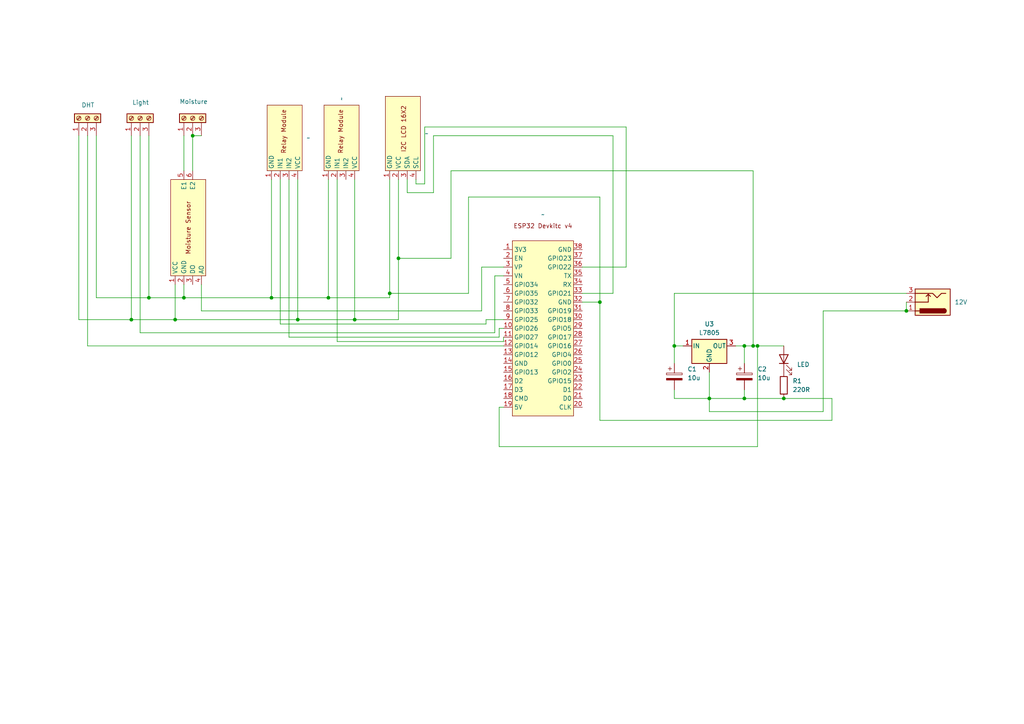
<source format=kicad_sch>
(kicad_sch (version 20231120) (generator "eeschema") (generator_version "8.0")
  (paper "A4")
  (lib_symbols
    (symbol "2 Channel Relay Module:ESP32_Devkit_v4"
      (property "Reference" "U" (at 71.882 71.882 0))
      (symbol "ESP32_Devkit_v4_1_1"
        (rectangle (start 52.07 67.31) (end 69.85 16.51) (fill (type background)))
        (text "ESP32 Devkitc v4" (at 60.96 71.628 0) (effects (font (size 1.27 1.27))))
        (pin power_in line (at 49.53 64.77 0) (length 2.54) (name "3V3") (number "1"))
        (pin bidirectional line (at 49.53 41.91 0) (length 2.54) (name "GPIO26") (number "10"))
        (pin bidirectional line (at 49.53 39.37 0) (length 2.54) (name "GPIO27") (number "11"))
        (pin bidirectional line (at 49.53 36.83 0) (length 2.54) (name "GPIO14") (number "12"))
        (pin bidirectional line (at 49.53 34.29 0) (length 2.54) (name "GPIO12") (number "13"))
        (pin power_in line (at 49.53 31.75 0) (length 2.54) (name "GND") (number "14"))
        (pin bidirectional line (at 49.53 29.21 0) (length 2.54) (name "GPIO13") (number "15"))
        (pin bidirectional line (at 49.53 26.67 0) (length 2.54) (name "D2") (number "16"))
        (pin bidirectional line (at 49.53 24.13 0) (length 2.54) (name "D3") (number "17"))
        (pin bidirectional line (at 49.53 21.59 0) (length 2.54) (name "CMD") (number "18"))
        (pin power_in line (at 49.53 19.05 0) (length 2.54) (name "5V") (number "19"))
        (pin bidirectional line (at 49.53 62.23 0) (length 2.54) (name "EN") (number "2"))
        (pin bidirectional line (at 72.39 19.05 180) (length 2.54) (name "CLK") (number "20"))
        (pin bidirectional line (at 72.39 21.59 180) (length 2.54) (name "D0") (number "21"))
        (pin bidirectional line (at 72.39 24.13 180) (length 2.54) (name "D1") (number "22"))
        (pin bidirectional line (at 72.39 26.67 180) (length 2.54) (name "GPIO15") (number "23"))
        (pin bidirectional line (at 72.39 29.21 180) (length 2.54) (name "GPIO2") (number "24"))
        (pin bidirectional line (at 72.39 31.75 180) (length 2.54) (name "GPIO0") (number "25"))
        (pin bidirectional line (at 72.39 34.29 180) (length 2.54) (name "GPIO4") (number "26"))
        (pin bidirectional line (at 72.39 36.83 180) (length 2.54) (name "GPIO16") (number "27"))
        (pin bidirectional line (at 72.39 39.37 180) (length 2.54) (name "GPIO17") (number "28"))
        (pin bidirectional line (at 72.39 41.91 180) (length 2.54) (name "GPIO5") (number "29"))
        (pin bidirectional line (at 49.53 59.69 0) (length 2.54) (name "VP") (number "3"))
        (pin bidirectional line (at 72.39 44.45 180) (length 2.54) (name "GPIO18") (number "30"))
        (pin bidirectional line (at 72.39 46.99 180) (length 2.54) (name "GPIO19") (number "31"))
        (pin bidirectional line (at 72.39 49.53 180) (length 2.54) (name "GND") (number "32"))
        (pin bidirectional line (at 72.39 52.07 180) (length 2.54) (name "GPIO21") (number "33"))
        (pin bidirectional line (at 72.39 54.61 180) (length 2.54) (name "RX") (number "34"))
        (pin bidirectional line (at 72.39 57.15 180) (length 2.54) (name "TX") (number "35"))
        (pin bidirectional line (at 72.39 59.69 180) (length 2.54) (name "GPIO22") (number "36"))
        (pin bidirectional line (at 72.39 62.23 180) (length 2.54) (name "GPIO23") (number "37"))
        (pin bidirectional line (at 72.39 64.77 180) (length 2.54) (name "GND") (number "38"))
        (pin bidirectional line (at 49.53 57.15 0) (length 2.54) (name "VN") (number "4"))
        (pin bidirectional line (at 49.53 54.61 0) (length 2.54) (name "GPIO34") (number "5"))
        (pin bidirectional line (at 49.53 52.07 0) (length 2.54) (name "GPIO35") (number "6"))
        (pin bidirectional line (at 49.53 49.53 0) (length 2.54) (name "GPIO32") (number "7"))
        (pin bidirectional line (at 49.53 46.99 0) (length 2.54) (name "GPIO33") (number "8"))
        (pin bidirectional line (at 49.53 44.45 0) (length 2.54) (name "GPIO25") (number "9"))
      )
    )
    (symbol "2 Channel Relay Module:I2C_LCD_Display"
      (property "Reference" "LCD" (at 0 0 0))
      (symbol "I2C_LCD_Display_1_1"
        (rectangle (start 2.54 6.35) (end 24.13 -3.81) (fill (type background)))
        (text "I2C LCD 16X2" (at 14.732 1.016 0) (effects (font (size 1.27 1.27))))
        (pin power_in line (at 0 5.08 0) (length 2.54) (name "GND") (number "1"))
        (pin power_in line (at 0 2.54 0) (length 2.54) (name "VCC") (number "2"))
        (pin bidirectional line (at 0 0 0) (length 2.54) (name "SDA") (number "3"))
        (pin bidirectional line (at 0 -2.54 0) (length 2.54) (name "SCL") (number "4"))
      )
    )
    (symbol "2 Channel Relay Module:Moisture_Sensor"
      (property "Reference" "M" (at 0 0 0))
      (symbol "Moisture_Sensor_1_1"
        (rectangle (start 2.54 3.81) (end 30.48 -6.35) (fill (type background)))
        (text "Moisture Sensor" (at 16.51 -1.27 0) (effects (font (size 1.27 1.27))))
        (pin power_in line (at 0 2.54 0) (length 2.54) (name "VCC") (number "1"))
        (pin power_in line (at 0 0 0) (length 2.54) (name "GND") (number "2"))
        (pin output line (at 0 -2.54 0) (length 2.54) (name "DO") (number "3"))
        (pin output line (at 0 -5.08 0) (length 2.54) (name "AO") (number "4"))
        (pin output line (at 33.02 0 180) (length 2.54) (name "E1") (number "5"))
        (pin output line (at 33.02 -2.54 180) (length 2.54) (name "E2") (number "6"))
      )
    )
    (symbol "2 Channel Relay Module:Relay_Module"
      (property "Reference" "R" (at 0 0 0))
      (symbol "Relay_Module_1_1"
        (rectangle (start 2.54 5.08) (end 21.59 -5.08) (fill (type background)))
        (text "Relay Module" (at 13.97 0.254 0) (effects (font (size 1.27 1.27))))
        (pin power_in line (at 0 3.81 0) (length 2.54) (name "GND") (number "1"))
        (pin output line (at 0 1.27 0) (length 2.54) (name "IN1") (number "2"))
        (pin output line (at 0 -1.27 0) (length 2.54) (name "IN2") (number "3"))
        (pin power_in line (at 0 -3.81 0) (length 2.54) (name "VCC") (number "4"))
      )
    )
    (symbol "Connector:Barrel_Jack_Switch_Pin3Ring" (pin_names hide)
      (property "Reference" "J" (at 0 5.334 0))
      (property "Value" "Barrel_Jack_Switch_Pin3Ring" (at 0 -5.08 0))
      (symbol "Barrel_Jack_Switch_Pin3Ring_0_1"
        (rectangle (start -5.08 3.81) (end 5.08 -3.81) (stroke (width 0.254)) (fill (type background)))
        (arc (start -3.302 3.175) (mid -3.9343 2.54) (end -3.302 1.905) (stroke (width 0.254)))
        (arc (start -3.302 3.175) (mid -3.9343 2.54) (end -3.302 1.905) (stroke (width 0.254)) (fill (type outline)))
        (polyline (pts (xy 1.27 -2.286) (xy 1.905 -1.651)) (stroke (width 0.254)))
        (polyline (pts (xy 5.08 2.54) (xy 3.81 2.54)) (stroke (width 0.254)))
        (polyline (pts (xy 5.08 0) (xy 1.27 0) (xy 1.27 -2.286) (xy 0.635 -1.651)) (stroke (width 0.254)))
        (polyline (pts (xy -3.81 -2.54) (xy -2.54 -2.54) (xy -1.27 -1.27) (xy 0 -2.54) (xy 2.54 -2.54) (xy 5.08 -2.54)) (stroke (width 0.254)))
        (rectangle (start 3.683 3.175) (end -3.302 1.905) (stroke (width 0.254)) (fill (type outline)))
      )
      (symbol "Barrel_Jack_Switch_Pin3Ring_1_1"
        (pin passive line (at 7.62 2.54 180) (length 2.54) (name "~") (number "1"))
        (pin passive line (at 7.62 0 180) (length 2.54) (name "~") (number "2"))
        (pin passive line (at 7.62 -2.54 180) (length 2.54) (name "~") (number "3"))
      )
    )
    (symbol "Connector:Screw_Terminal_01x03" (pin_names (offset 1.016) hide)
      (property "Reference" "J" (at 0 5.08 0))
      (property "Value" "Screw_Terminal_01x03" (at 0 -5.08 0))
      (symbol "Screw_Terminal_01x03_1_1"
        (rectangle (start -1.27 3.81) (end 1.27 -3.81) (stroke (width 0.254)) (fill (type background)))
        (circle (center 0 -2.54) (radius 0.635) (stroke (width 0.1524)))
        (polyline (pts (xy -0.5334 -2.2098) (xy 0.3302 -3.048)) (stroke (width 0.1524)))
        (polyline (pts (xy -0.5334 0.3302) (xy 0.3302 -0.508)) (stroke (width 0.1524)))
        (polyline (pts (xy -0.5334 2.8702) (xy 0.3302 2.032)) (stroke (width 0.1524)))
        (polyline (pts (xy -0.3556 -2.032) (xy 0.508 -2.8702)) (stroke (width 0.1524)))
        (polyline (pts (xy -0.3556 0.508) (xy 0.508 -0.3302)) (stroke (width 0.1524)))
        (polyline (pts (xy -0.3556 3.048) (xy 0.508 2.2098)) (stroke (width 0.1524)))
        (circle (center 0 0) (radius 0.635) (stroke (width 0.1524)))
        (circle (center 0 2.54) (radius 0.635) (stroke (width 0.1524)))
        (pin passive line (at -5.08 2.54 0) (length 3.81) (name "Pin_1") (number "1"))
        (pin passive line (at -5.08 0 0) (length 3.81) (name "Pin_2") (number "2"))
        (pin passive line (at -5.08 -2.54 0) (length 3.81) (name "Pin_3") (number "3"))
      )
    )
    (symbol "Device:C_Polarized" (pin_numbers hide) (pin_names (offset 0.254))
      (property "Reference" "C" (at 0.635 2.54 0))
      (property "Value" "C_Polarized" (at 0.635 -2.54 0))
      (symbol "C_Polarized_0_1"
        (rectangle (start -2.286 0.508) (end 2.286 1.016))
        (polyline (pts (xy -1.778 2.286) (xy -0.762 2.286)))
        (polyline (pts (xy -1.27 2.794) (xy -1.27 1.778)))
        (rectangle (start 2.286 -0.508) (end -2.286 -1.016) (fill (type outline)))
      )
      (symbol "C_Polarized_1_1"
        (pin passive line (at 0 3.81 270) (length 2.794) (name "~") (number "1"))
        (pin passive line (at 0 -3.81 90) (length 2.794) (name "~") (number "2"))
      )
    )
    (symbol "Device:LED" (pin_numbers hide) (pin_names (offset 1.016) hide)
      (property "Reference" "D" (at 0 2.54 0))
      (property "Value" "LED" (at 0 -2.54 0))
      (symbol "LED_0_1"
        (polyline (pts (xy -1.27 -1.27) (xy -1.27 1.27)) (stroke (width 0.254)))
        (polyline (pts (xy -1.27 0) (xy 1.27 0)))
        (polyline (pts (xy 1.27 -1.27) (xy 1.27 1.27) (xy -1.27 0) (xy 1.27 -1.27)) (stroke (width 0.254)))
        (polyline (pts (xy -3.048 -0.762) (xy -4.572 -2.286) (xy -3.81 -2.286) (xy -4.572 -2.286) (xy -4.572 -1.524)))
        (polyline (pts (xy -1.778 -0.762) (xy -3.302 -2.286) (xy -2.54 -2.286) (xy -3.302 -2.286) (xy -3.302 -1.524)))
      )
      (symbol "LED_1_1"
        (pin passive line (at -3.81 0 0) (length 2.54) (name "K") (number "1"))
        (pin passive line (at 3.81 0 180) (length 2.54) (name "A") (number "2"))
      )
    )
    (symbol "Device:R" (pin_numbers hide) (pin_names (offset 0))
      (property "Reference" "R" (at 2.032 0 90))
      (property "Value" "R" (at 0 0 90))
      (symbol "R_0_1"
        (rectangle (start -1.016 -2.54) (end 1.016 2.54) (stroke (width 0.254)))
      )
      (symbol "R_1_1"
        (pin passive line (at 0 3.81 270) (length 1.27) (name "~") (number "1"))
        (pin passive line (at 0 -3.81 90) (length 1.27) (name "~") (number "2"))
      )
    )
    (symbol "Regulator_Linear:L7805" (pin_names (offset 0.254))
      (property "Reference" "U" (at -3.81 3.175 0))
      (property "Value" "L7805" (at 0 3.175 0))
      (symbol "L7805_0_1"
        (rectangle (start -5.08 1.905) (end 5.08 -5.08) (stroke (width 0.254)) (fill (type background)))
      )
      (symbol "L7805_1_1"
        (pin power_in line (at -7.62 0 0) (length 2.54) (name "IN") (number "1"))
        (pin power_in line (at 0 -7.62 90) (length 2.54) (name "GND") (number "2"))
        (pin power_out line (at 7.62 0 180) (length 2.54) (name "OUT") (number "3"))
      )
    )
  )
  (junction (at 55.88 39.37))
  (junction (at 113.03 85.09))
  (junction (at 215.9 115.57))
  (junction (at 43.18 86.36))
  (junction (at 95.25 86.36))
  (junction (at 173.99 87.63))
  (junction (at 115.57 74.93))
  (junction (at 53.34 86.36))
  (junction (at 218.44 100.33))
  (junction (at 215.9 100.33))
  (junction (at 262.89 90.17))
  (junction (at 102.87 92.71))
  (junction (at 227.33 115.57))
  (junction (at 50.8 92.71))
  (junction (at 78.74 86.36))
  (junction (at 219.71 100.33))
  (junction (at 86.36 92.71))
  (junction (at 38.1 92.71))
  (junction (at 195.58 100.33))
  (junction (at 205.74 115.57))
  (wire (pts (xy 181.61 77.47) (xy 168.91 77.47)))
  (wire (pts (xy 27.94 39.37) (xy 27.94 86.36)))
  (wire (pts (xy 81.28 52.07) (xy 81.28 93.98)))
  (wire (pts (xy 238.76 90.17) (xy 238.76 119.38)))
  (wire (pts (xy 181.61 36.83) (xy 181.61 77.47)))
  (wire (pts (xy 205.74 115.57) (xy 215.9 115.57)))
  (wire (pts (xy 241.3 115.57) (xy 227.33 115.57)))
  (wire (pts (xy 130.81 49.53) (xy 218.44 49.53)))
  (wire (pts (xy 238.76 119.38) (xy 205.74 119.38)))
  (wire (pts (xy 115.57 74.93) (xy 115.57 92.71)))
  (wire (pts (xy 123.19 36.83) (xy 181.61 36.83)))
  (wire (pts (xy 215.9 100.33) (xy 215.9 105.41)))
  (wire (pts (xy 102.87 52.07) (xy 102.87 92.71)))
  (wire (pts (xy 219.71 100.33) (xy 227.33 100.33)))
  (wire (pts (xy 195.58 85.09) (xy 195.58 100.33)))
  (wire (pts (xy 22.86 92.71) (xy 38.1 92.71)))
  (wire (pts (xy 262.89 90.17) (xy 238.76 90.17)))
  (wire (pts (xy 43.18 39.37) (xy 43.18 86.36)))
  (wire (pts (xy 144.78 118.11) (xy 146.05 118.11)))
  (wire (pts (xy 43.18 86.36) (xy 53.34 86.36)))
  (wire (pts (xy 195.58 115.57) (xy 205.74 115.57)))
  (wire (pts (xy 25.4 100.33) (xy 146.05 100.33)))
  (wire (pts (xy 227.33 115.57) (xy 215.9 115.57)))
  (wire (pts (xy 78.74 86.36) (xy 78.74 52.07)))
  (wire (pts (xy 22.86 39.37) (xy 22.86 92.71)))
  (wire (pts (xy 205.74 119.38) (xy 205.74 115.57)))
  (wire (pts (xy 81.28 93.98) (xy 140.97 93.98)))
  (wire (pts (xy 146.05 99.06) (xy 97.79 99.06)))
  (wire (pts (xy 58.42 82.55) (xy 58.42 90.17)))
  (wire (pts (xy 218.44 49.53) (xy 218.44 100.33)))
  (wire (pts (xy 50.8 82.55) (xy 50.8 92.71)))
  (wire (pts (xy 241.3 115.57) (xy 241.3 121.92)))
  (wire (pts (xy 125.73 55.88) (xy 125.73 39.37)))
  (wire (pts (xy 50.8 92.71) (xy 38.1 92.71)))
  (wire (pts (xy 218.44 100.33) (xy 219.71 100.33)))
  (wire (pts (xy 177.8 39.37) (xy 177.8 85.09)))
  (wire (pts (xy 113.03 86.36) (xy 95.25 86.36)))
  (wire (pts (xy 40.64 96.52) (xy 143.51 96.52)))
  (wire (pts (xy 115.57 92.71) (xy 102.87 92.71)))
  (wire (pts (xy 130.81 74.93) (xy 130.81 49.53)))
  (wire (pts (xy 140.97 92.71) (xy 146.05 92.71)))
  (wire (pts (xy 205.74 107.95) (xy 205.74 115.57)))
  (wire (pts (xy 198.12 100.33) (xy 195.58 100.33)))
  (wire (pts (xy 144.78 95.25) (xy 146.05 95.25)))
  (wire (pts (xy 27.94 86.36) (xy 43.18 86.36)))
  (wire (pts (xy 146.05 97.79) (xy 146.05 99.06)))
  (wire (pts (xy 53.34 82.55) (xy 53.34 86.36)))
  (wire (pts (xy 95.25 86.36) (xy 95.25 52.07)))
  (wire (pts (xy 139.7 90.17) (xy 139.7 77.47)))
  (wire (pts (xy 241.3 121.92) (xy 173.99 121.92)))
  (wire (pts (xy 58.42 90.17) (xy 139.7 90.17)))
  (wire (pts (xy 102.87 92.71) (xy 86.36 92.71)))
  (wire (pts (xy 143.51 96.52) (xy 143.51 80.01)))
  (wire (pts (xy 143.51 80.01) (xy 146.05 80.01)))
  (wire (pts (xy 177.8 85.09) (xy 168.91 85.09)))
  (wire (pts (xy 195.58 100.33) (xy 195.58 105.41)))
  (wire (pts (xy 120.65 53.34) (xy 123.19 53.34)))
  (wire (pts (xy 173.99 57.15) (xy 173.99 87.63)))
  (wire (pts (xy 118.11 55.88) (xy 125.73 55.88)))
  (wire (pts (xy 144.78 97.79) (xy 144.78 95.25)))
  (wire (pts (xy 219.71 129.54) (xy 144.78 129.54)))
  (wire (pts (xy 262.89 87.63) (xy 262.89 90.17)))
  (wire (pts (xy 219.71 100.33) (xy 219.71 129.54)))
  (wire (pts (xy 215.9 113.03) (xy 215.9 115.57)))
  (wire (pts (xy 215.9 100.33) (xy 218.44 100.33)))
  (wire (pts (xy 118.11 52.07) (xy 118.11 55.88)))
  (wire (pts (xy 113.03 85.09) (xy 135.89 85.09)))
  (wire (pts (xy 135.89 57.15) (xy 173.99 57.15)))
  (wire (pts (xy 78.74 86.36) (xy 95.25 86.36)))
  (wire (pts (xy 139.7 77.47) (xy 146.05 77.47)))
  (wire (pts (xy 25.4 39.37) (xy 25.4 100.33)))
  (wire (pts (xy 97.79 99.06) (xy 97.79 52.07)))
  (wire (pts (xy 53.34 86.36) (xy 78.74 86.36)))
  (wire (pts (xy 115.57 52.07) (xy 115.57 74.93)))
  (wire (pts (xy 140.97 93.98) (xy 140.97 92.71)))
  (wire (pts (xy 86.36 92.71) (xy 50.8 92.71)))
  (wire (pts (xy 173.99 121.92) (xy 173.99 87.63)))
  (wire (pts (xy 113.03 52.07) (xy 113.03 85.09)))
  (wire (pts (xy 173.99 87.63) (xy 168.91 87.63)))
  (wire (pts (xy 144.78 129.54) (xy 144.78 118.11)))
  (wire (pts (xy 86.36 52.07) (xy 86.36 92.71)))
  (wire (pts (xy 262.89 85.09) (xy 195.58 85.09)))
  (wire (pts (xy 135.89 85.09) (xy 135.89 57.15)))
  (wire (pts (xy 55.88 49.53) (xy 55.88 39.37)))
  (wire (pts (xy 53.34 49.53) (xy 53.34 39.37)))
  (wire (pts (xy 83.82 52.07) (xy 83.82 97.79)))
  (wire (pts (xy 213.36 100.33) (xy 215.9 100.33)))
  (wire (pts (xy 113.03 85.09) (xy 113.03 86.36)))
  (wire (pts (xy 120.65 52.07) (xy 120.65 53.34)))
  (wire (pts (xy 38.1 92.71) (xy 38.1 39.37)))
  (wire (pts (xy 125.73 39.37) (xy 177.8 39.37)))
  (wire (pts (xy 123.19 53.34) (xy 123.19 36.83)))
  (wire (pts (xy 115.57 74.93) (xy 130.81 74.93)))
  (wire (pts (xy 40.64 39.37) (xy 40.64 96.52)))
  (wire (pts (xy 55.88 39.37) (xy 58.42 39.37)))
  (wire (pts (xy 83.82 97.79) (xy 144.78 97.79)))
  (wire (pts (xy 195.58 113.03) (xy 195.58 115.57)))
  (symbol (lib_id "Connector:Screw_Terminal_01x03") (at 40.64 34.29 90) (unit 1)
    (property "Reference" "S2" (effects (hide yes)))
    (property "Value" "Light" (at 38.354 29.718 90) (effects (justify right)))
    (property "Footprint" "TerminalBlock:TerminalBlock_bornier-3_P5.08mm" (effects (hide yes)))
    (property "Description" "Generic screw terminal, single row, 01x03, script generated (kicad-library-utils/schlib/autogen/connector/)" (effects (hide yes)))
  )
  (symbol (lib_id "Connector:Barrel_Jack_Switch_Pin3Ring") (at 270.51 87.63 180) (unit 1)
    (property "Reference" "J1" (effects (hide yes)))
    (property "Value" "12V" (at 276.86 87.6299 0) (effects (justify right)))
    (property "Footprint" "Connector_BarrelJack:BarrelJack_Horizontal" (effects (hide yes)))
    (property "Description" "DC Barrel Jack with an internal switch" (effects (hide yes)))
  )
  (symbol (lib_id "Device:C_Polarized") (at 195.58 109.22 0) (unit 1)
    (property "Reference" "C1" (at 199.39 107.0609 0) (effects (justify left)))
    (property "Value" "10u" (at 199.39 109.6009 0) (effects (justify left)))
    (property "Footprint" "Capacitor_THT:CP_Radial_D5.0mm_P2.00mm" (effects (hide yes)))
    (property "Description" "Polarized capacitor" (effects (hide yes)))
  )
  (symbol (lib_id "Connector:Screw_Terminal_01x03") (at 25.4 34.29 90) (unit 1)
    (property "Reference" "S1" (effects (hide yes)))
    (property "Value" "DHT" (at 23.622 30.48 90) (effects (justify right)))
    (property "Footprint" "TerminalBlock:TerminalBlock_bornier-3_P5.08mm" (effects (hide yes)))
    (property "Description" "Generic screw terminal, single row, 01x03, script generated (kicad-library-utils/schlib/autogen/connector/)" (effects (hide yes)))
  )
  (symbol (lib_id "2 Channel Relay Module:Relay_Module") (at 99.06 52.07 90) (unit 1)
    (property "Reference" "RM2" (effects (hide yes)))
    (property "Value" "~" (at 99.06 29.21 0) (effects (justify left)))
    (property "Footprint" "Relay Module:2_Channel_Realy_Module" (effects (hide yes)))
  )
  (symbol (lib_id "2 Channel Relay Module:I2C_LCD_Display") (at 118.11 52.07 90) (unit 1)
    (property "Reference" "LCD1" (effects (hide yes)))
    (property "Value" "~" (at 123.19 38.735 90) (effects (justify right)))
    (property "Footprint" "Relay Module:12C_LCD_16X2" (effects (hide yes)))
  )
  (symbol (lib_id "2 Channel Relay Module:Moisture_Sensor") (at 53.34 82.55 90) (unit 1)
    (property "Reference" "M1" (effects (hide yes)))
    (property "Footprint" "Relay Module:Moisture Sensor" (effects (hide yes)))
  )
  (symbol (lib_id "Device:LED") (at 227.33 104.14 90) (unit 1)
    (property "Reference" "D1" (effects (hide yes)))
    (property "Value" "LED" (at 231.14 105.7274 90) (effects (justify right)))
    (property "Footprint" "LED_THT:LED_D3.0mm" (effects (hide yes)))
    (property "Description" "Light emitting diode" (effects (hide yes)))
  )
  (symbol (lib_id "Connector:Screw_Terminal_01x03") (at 55.88 34.29 90) (unit 1)
    (property "Reference" "S3" (effects (hide yes)))
    (property "Value" "Moisture" (at 52.07 29.464 90) (effects (justify right)))
    (property "Footprint" "TerminalBlock:TerminalBlock_bornier-3_P5.08mm" (effects (hide yes)))
    (property "Description" "Generic screw terminal, single row, 01x03, script generated (kicad-library-utils/schlib/autogen/connector/)" (effects (hide yes)))
  )
  (symbol (lib_id "Device:R") (at 227.33 111.76 0) (unit 1)
    (property "Reference" "R1" (at 229.87 110.4899 0) (effects (justify left)))
    (property "Value" "220R" (at 229.87 113.0299 0) (effects (justify left)))
    (property "Footprint" "Resistor_THT:R_Axial_DIN0204_L3.6mm_D1.6mm_P5.08mm_Horizontal" (effects (hide yes)))
    (property "Description" "Resistor" (effects (hide yes)))
  )
  (symbol (lib_id "2 Channel Relay Module:Relay_Module") (at 82.55 52.07 90) (unit 1)
    (property "Reference" "RM1" (effects (hide yes)))
    (property "Value" "~" (at 88.9 40.005 90) (effects (justify right)))
    (property "Footprint" "Relay Module:2_Channel_Realy_Module" (effects (hide yes)))
  )
  (symbol (lib_id "Regulator_Linear:L7805") (at 205.74 100.33 0) (unit 1)
    (property "Reference" "U3" (at 205.74 93.98 0))
    (property "Value" "L7805" (at 205.74 96.52 0))
    (property "Footprint" "Converter_DCDC:Converter_DCDC_Murata_OKI-78SR_Vertical" (effects (hide yes)))
    (property "Datasheet" "http://www.st.com/content/ccc/resource/technical/document/datasheet/41/4f/b3/b0/12/d4/47/88/CD00000444.pdf/files/CD00000444.pdf/jcr:content/translations/en.CD00000444.pdf" (effects (hide yes)))
    (property "Description" "Positive 1.5A 35V Linear Regulator, Fixed Output 5V, TO-220/TO-263/TO-252" (effects (hide yes)))
  )
  (symbol (lib_id "Device:C_Polarized") (at 215.9 109.22 0) (unit 1)
    (property "Reference" "C2" (at 219.71 107.0609 0) (effects (justify left)))
    (property "Value" "10u" (at 219.71 109.6009 0) (effects (justify left)))
    (property "Footprint" "Capacitor_THT:CP_Radial_D5.0mm_P2.00mm" (effects (hide yes)))
    (property "Description" "Polarized capacitor" (effects (hide yes)))
  )
  (symbol (lib_id "2 Channel Relay Module:ESP32_Devkit_v4") (at 96.52 137.16 0) (unit 1)
    (property "Reference" "U1" (effects (hide yes)))
    (property "Value" "~" (at 157.48 62.23 0))
    (property "Footprint" "Relay Module:ESP32 Devkitc v4" (effects (hide yes)))
  )
)
</source>
